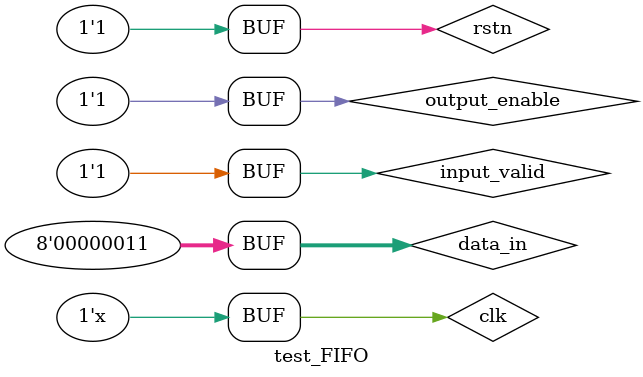
<source format=v>
`timescale 1ns / 1ps


module test_FIFO();
    reg clk;
    reg rstn;
    reg input_valid;
    wire input_enable;
    wire output_valid; 
    reg output_enable;
    reg [7:0] data_in;
    wire [7:0] data_out;

    FIFO obj_FIFO(
        .clk(clk),
        .rstn(rstn),
        .input_valid(input_valid),
        .input_enable(input_enable),
        .output_enable(output_enable),
        .output_valid(output_valid),
        .data_in(data_in),
        .data_out(data_out)
    );

    initial begin
        clk = 1'b0;
        rstn = 1'b1;
        #0.1 rstn = 1'b0;
        #0.2 rstn = 1'b1;
    end

    initial begin
        input_valid = 1;
        output_enable = 0;
        //0
        data_in = 8'h6;
        #2;
        input_valid = 0;
        #2;
        input_valid = 1;
        data_in = 8'h9;
        //`
        #2 data_in = 8'h1;
        #2 data_in = 8'h2;
        //2
        #2 data_in = 8'h3;
        #2 data_in = 8'h4;
        //3
        #2 data_in = 8'h5;
        #2 data_in = 8'h1;
        //4
        #2 data_in = 8'h2;
        #2 data_in = 8'h3;
        //5
        #2 data_in = 8'h4;
        #2 data_in = 8'h5;
        //6
        #2 data_in = 8'h1;
        #2 data_in = 8'h2;
        // 7
        #2 data_in = 8'h3;
        #2 data_in = 8'h4;
        // output
        #2;
        input_valid = 0;
        output_enable = 1;
        #18;
        input_valid = 1;
        output_enable = 0;
        //0
        data_in = 8'h6;
        #2;
        input_valid = 0;
        #2;
        input_valid = 1;
        data_in = 8'h9;
        //`
        #2 data_in = 8'h0;
        #2 data_in = 8'h9;
        //2
        #2 data_in = 8'h8;
        #2 data_in = 8'h7;
        //3
        #2 data_in = 8'h6;
        #2 data_in = 8'h5;
        //4
        #2 data_in = 8'h4;
        #2 data_in = 8'h3;
        //5
        #2 data_in = 8'h2;
        #2 data_in = 8'h1;
        //6
        #2 data_in = 8'h1;
        #2 data_in = 8'h2;
        // 7
        #2 data_in = 8'h2;
        #2 data_in = 8'h3;
        // output
        #2;
        input_valid = 0;
        output_enable = 1;
        #18;
        input_valid = 1;
    end

    always begin
        #1 clk = ~clk;
    end
endmodule

</source>
